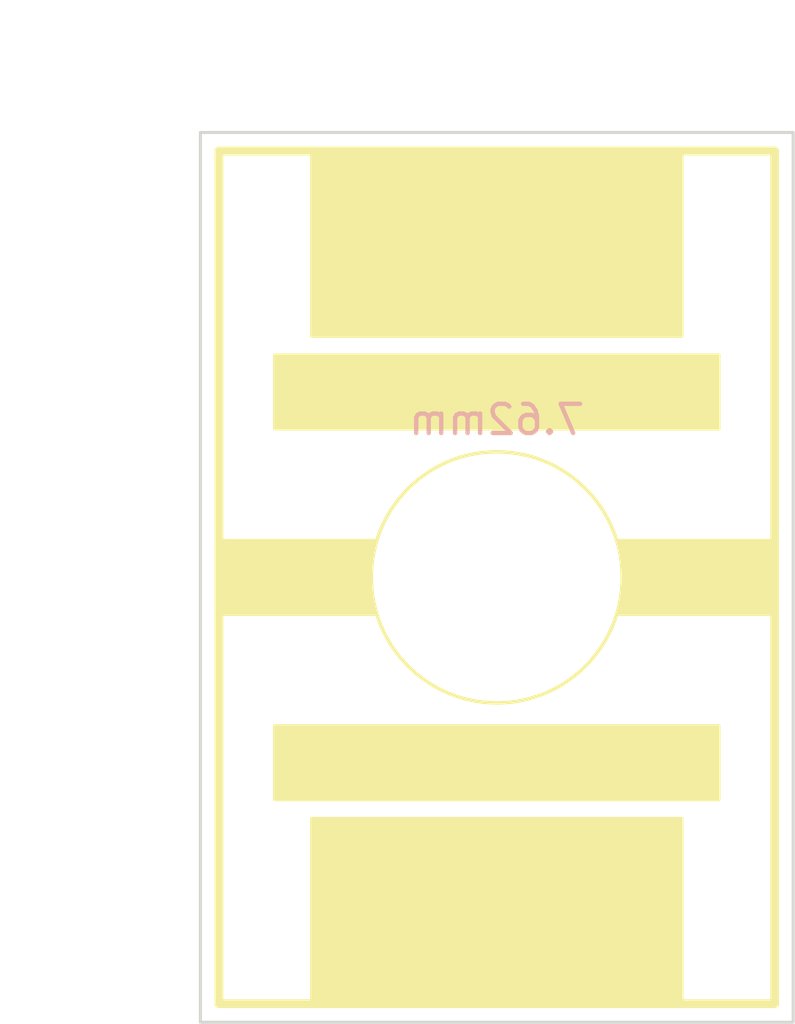
<source format=kicad_pcb>
(kicad_pcb (version 20171130) (host pcbnew "(5.1.10)-1")

  (general
    (thickness 0.8)
    (drawings 16)
    (tracks 0)
    (zones 0)
    (modules 1)
    (nets 1)
  )

  (page A4)
  (layers
    (0 F.Cu signal)
    (31 B.Cu signal)
    (32 B.Adhes user)
    (33 F.Adhes user)
    (34 B.Paste user)
    (35 F.Paste user)
    (36 B.SilkS user)
    (37 F.SilkS user)
    (38 B.Mask user)
    (39 F.Mask user)
    (40 Dwgs.User user)
    (41 Cmts.User user)
    (42 Eco1.User user)
    (43 Eco2.User user)
    (44 Edge.Cuts user)
    (45 Margin user)
    (46 B.CrtYd user)
    (47 F.CrtYd user)
    (48 B.Fab user)
    (49 F.Fab user)
  )

  (setup
    (last_trace_width 0.25)
    (trace_clearance 0.2)
    (zone_clearance 0.508)
    (zone_45_only no)
    (trace_min 0.2)
    (via_size 0.8)
    (via_drill 0.4)
    (via_min_size 0.4)
    (via_min_drill 0.3)
    (uvia_size 0.3)
    (uvia_drill 0.1)
    (uvias_allowed no)
    (uvia_min_size 0.2)
    (uvia_min_drill 0.1)
    (edge_width 0.1)
    (segment_width 0.2)
    (pcb_text_width 0.3)
    (pcb_text_size 1.5 1.5)
    (mod_edge_width 0.15)
    (mod_text_size 1 1)
    (mod_text_width 0.15)
    (pad_size 1.524 1.524)
    (pad_drill 0.762)
    (pad_to_mask_clearance 0)
    (aux_axis_origin 106.68 113.03)
    (grid_origin 106.68 113.03)
    (visible_elements 7FFFFFFF)
    (pcbplotparams
      (layerselection 0x010fc_ffffffff)
      (usegerberextensions false)
      (usegerberattributes true)
      (usegerberadvancedattributes true)
      (creategerberjobfile true)
      (excludeedgelayer true)
      (linewidth 0.100000)
      (plotframeref false)
      (viasonmask false)
      (mode 1)
      (useauxorigin false)
      (hpglpennumber 1)
      (hpglpenspeed 20)
      (hpglpendiameter 15.000000)
      (psnegative false)
      (psa4output false)
      (plotreference true)
      (plotvalue true)
      (plotinvisibletext false)
      (padsonsilk false)
      (subtractmaskfromsilk false)
      (outputformat 1)
      (mirror false)
      (drillshape 0)
      (scaleselection 1)
      (outputdirectory "gerberoverlay/"))
  )

  (net 0 "")

  (net_class Default "This is the default net class."
    (clearance 0.2)
    (trace_width 0.25)
    (via_dia 0.8)
    (via_drill 0.4)
    (uvia_dia 0.3)
    (uvia_drill 0.1)
  )

  (module Sebs:7.62mm (layer F.Cu) (tedit 6135EB93) (tstamp 613701FD)
    (at 116.84 97.79)
    (fp_text reference REF** (at 0 -6.8 180) (layer F.SilkS) hide
      (effects (font (size 1 1) (thickness 0.15)))
    )
    (fp_text value 7.62mm (at 0 -5.4) (layer B.SilkS)
      (effects (font (size 1 1) (thickness 0.15)) (justify mirror))
    )
    (fp_circle (center 0 0) (end 4.3 0) (layer F.SilkS) (width 0.12))
    (pad "" np_thru_hole circle (at 0 0) (size 7.62 7.62) (drill 7.62) (layers *.Cu *.Mask))
  )

  (gr_poly (pts (xy 123.19 112.395) (xy 110.49 112.395) (xy 110.49 106.045) (xy 123.19 106.045)) (layer F.SilkS) (width 0.1) (tstamp 613702F1))
  (gr_poly (pts (xy 121.17578 98.43008) (xy 121.17578 97.16008) (xy 121.04624 96.64446) (xy 120.9548 96.52) (xy 126.365 96.52) (xy 126.365 99.06) (xy 120.99036 99.06)) (layer F.SilkS) (width 0.1) (tstamp 613702D8))
  (gr_poly (pts (xy 112.5474 97.0534) (xy 112.5474 98.3234) (xy 112.5474 98.8314) (xy 112.6998 99.06) (xy 107.315 99.06) (xy 107.315 96.52) (xy 112.6744 96.52)) (layer F.SilkS) (width 0.1) (tstamp 61370283))
  (gr_poly (pts (xy 124.46 105.41) (xy 109.22 105.41) (xy 109.22 102.87) (xy 124.46 102.87)) (layer F.SilkS) (width 0.1) (tstamp 6137027D))
  (gr_poly (pts (xy 124.46 92.71) (xy 109.22 92.71) (xy 109.22 90.17) (xy 124.46 90.17)) (layer F.SilkS) (width 0.1) (tstamp 6137027A))
  (gr_poly (pts (xy 123.19 89.535) (xy 110.49 89.535) (xy 110.49 83.185) (xy 123.19 83.185)) (layer F.SilkS) (width 0.1))
  (dimension 30.48 (width 0.15) (layer Dwgs.User)
    (gr_text "30.480 mm" (at 103.475 97.79 270) (layer Dwgs.User)
      (effects (font (size 1 1) (thickness 0.15)))
    )
    (feature1 (pts (xy 106.68 113.03) (xy 104.188579 113.03)))
    (feature2 (pts (xy 106.68 82.55) (xy 104.188579 82.55)))
    (crossbar (pts (xy 104.775 82.55) (xy 104.775 113.03)))
    (arrow1a (pts (xy 104.775 113.03) (xy 104.188579 111.903496)))
    (arrow1b (pts (xy 104.775 113.03) (xy 105.361421 111.903496)))
    (arrow2a (pts (xy 104.775 82.55) (xy 104.188579 83.676504)))
    (arrow2b (pts (xy 104.775 82.55) (xy 105.361421 83.676504)))
  )
  (dimension 20.32 (width 0.15) (layer Dwgs.User)
    (gr_text "20.320 mm" (at 116.84 78.71) (layer Dwgs.User)
      (effects (font (size 1 1) (thickness 0.15)))
    )
    (feature1 (pts (xy 127 82.55) (xy 127 79.423579)))
    (feature2 (pts (xy 106.68 82.55) (xy 106.68 79.423579)))
    (crossbar (pts (xy 106.68 80.01) (xy 127 80.01)))
    (arrow1a (pts (xy 127 80.01) (xy 125.873496 80.596421)))
    (arrow1b (pts (xy 127 80.01) (xy 125.873496 79.423579)))
    (arrow2a (pts (xy 106.68 80.01) (xy 107.806504 80.596421)))
    (arrow2b (pts (xy 106.68 80.01) (xy 107.806504 79.423579)))
  )
  (gr_line (start 107.315 112.395) (end 107.315 83.185) (layer F.SilkS) (width 0.3) (tstamp 6136FA25))
  (gr_line (start 126.365 112.395) (end 107.315 112.395) (layer F.SilkS) (width 0.3))
  (gr_line (start 126.365 83.185) (end 126.365 112.395) (layer F.SilkS) (width 0.3))
  (gr_line (start 107.315 83.185) (end 126.365 83.185) (layer F.SilkS) (width 0.3))
  (gr_line (start 127 82.55) (end 106.68 82.55) (layer Edge.Cuts) (width 0.1) (tstamp 6136F98F))
  (gr_line (start 127 113.03) (end 127 82.55) (layer Edge.Cuts) (width 0.1))
  (gr_line (start 106.68 113.03) (end 127 113.03) (layer Edge.Cuts) (width 0.1))
  (gr_line (start 106.68 82.55) (end 106.68 113.03) (layer Edge.Cuts) (width 0.1))

)

</source>
